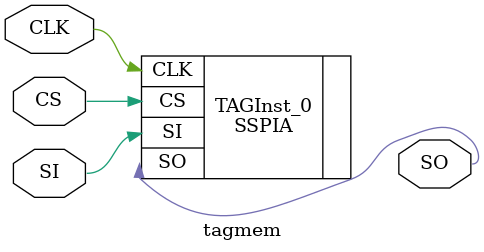
<source format=v>
/* Verilog netlist generated by SCUBA Diamond_1.1_Production (517) */
/* Module Version: 2.0 */
/* C:\lscc\diamond\1.1\ispfpga\bin\nt\scuba.exe -w -n tagmem -lang verilog -synth synplify -bus_exp 7 -bb -arch mg5a00 -type tag -depth 79 -e  */
/* Thu Dec 23 15:34:13 2010 */


`timescale 1 ns / 1 ps
module tagmem (CLK, SI, CS, SO);
    input wire CLK;
    input wire SI;
    input wire CS;
    output wire SO;


    // synopsys translate_off
    defparam TAGInst_0.TAG_INITSIZE = 632 ;
    defparam TAGInst_0.TAG_INITVAL_0C = 320'h00000000000000000000000000000000000000000000000000000000000000000000000000000000 ;
    defparam TAGInst_0.TAG_INITVAL_0B = 320'h00000000000000000000000000000000000000000000000000000000000000000000000000000000 ;
    defparam TAGInst_0.TAG_INITVAL_0A = 320'h00000000000000000000000000000000000000000000000000000000000000000000000000000000 ;
    defparam TAGInst_0.TAG_INITVAL_09 = 320'h00000000000000000000000000000000000000000000000000000000000000000000000000000000 ;
    defparam TAGInst_0.TAG_INITVAL_08 = 320'h00000000000000000000000000000000000000000000000000000000000000000000000000000000 ;
    defparam TAGInst_0.TAG_INITVAL_07 = 320'h00000000000000000000000000000000000000000000000000000000000000000000000000000000 ;
    defparam TAGInst_0.TAG_INITVAL_06 = 320'h00000000000000000000000000000000000000000000000000000000000000000000000000000000 ;
    defparam TAGInst_0.TAG_INITVAL_05 = 320'h00000000000000000000000000000000000000000000000000000000000000000000000000000000 ;
    defparam TAGInst_0.TAG_INITVAL_04 = 320'h00000000000000000000000000000000000000000000000000000000000000000000000000000000 ;
    defparam TAGInst_0.TAG_INITVAL_03 = 320'h00000000000000000000000000000000000000000000000000000000000000000000000000000000 ;
    defparam TAGInst_0.TAG_INITVAL_02 = 320'h00000000000000000000000000000000000000000000000000000000000000000000000000000000 ;
    defparam TAGInst_0.TAG_INITVAL_01 = 320'h00000000000000000000000000000000000000000000000000000000000000000000000000000000 ;
    defparam TAGInst_0.TAG_INITVAL_00 = 320'h00000000000000000000000000000000000000000000000000000000000000000000000000000000 ;
    // synopsys translate_on
    SSPIA TAGInst_0 (.SI(SI), .CLK(CLK), .CS(CS), .SO(SO))
             /* synthesis TAG_INITSIZE="632" */
             /* synthesis TAG_INITIALIZATION="DISABLED" */
             /* synthesis TAG_INITVAL_0C="0x00000000000000000000000000000000000000000000000000000000000000000000000000000000" */
             /* synthesis TAG_INITVAL_0B="0x00000000000000000000000000000000000000000000000000000000000000000000000000000000" */
             /* synthesis TAG_INITVAL_0A="0x00000000000000000000000000000000000000000000000000000000000000000000000000000000" */
             /* synthesis TAG_INITVAL_09="0x00000000000000000000000000000000000000000000000000000000000000000000000000000000" */
             /* synthesis TAG_INITVAL_08="0x00000000000000000000000000000000000000000000000000000000000000000000000000000000" */
             /* synthesis TAG_INITVAL_07="0x00000000000000000000000000000000000000000000000000000000000000000000000000000000" */
             /* synthesis TAG_INITVAL_06="0x00000000000000000000000000000000000000000000000000000000000000000000000000000000" */
             /* synthesis TAG_INITVAL_05="0x00000000000000000000000000000000000000000000000000000000000000000000000000000000" */
             /* synthesis TAG_INITVAL_04="0x00000000000000000000000000000000000000000000000000000000000000000000000000000000" */
             /* synthesis TAG_INITVAL_03="0x00000000000000000000000000000000000000000000000000000000000000000000000000000000" */
             /* synthesis TAG_INITVAL_02="0x00000000000000000000000000000000000000000000000000000000000000000000000000000000" */
             /* synthesis TAG_INITVAL_01="0x00000000000000000000000000000000000000000000000000000000000000000000000000000000" */
             /* synthesis TAG_INITVAL_00="0x00000000000000000000000000000000000000000000000000000000000000000000000000000000" */;



    // exemplar begin
    // exemplar attribute TAGInst_0 TAG_INITSIZE 632
    // exemplar attribute TAGInst_0 TAG_INITIALIZATION DISABLED
    // exemplar attribute TAGInst_0 TAG_INITVAL_0C 0x00000000000000000000000000000000000000000000000000000000000000000000000000000000
    // exemplar attribute TAGInst_0 TAG_INITVAL_0B 0x00000000000000000000000000000000000000000000000000000000000000000000000000000000
    // exemplar attribute TAGInst_0 TAG_INITVAL_0A 0x00000000000000000000000000000000000000000000000000000000000000000000000000000000
    // exemplar attribute TAGInst_0 TAG_INITVAL_09 0x00000000000000000000000000000000000000000000000000000000000000000000000000000000
    // exemplar attribute TAGInst_0 TAG_INITVAL_08 0x00000000000000000000000000000000000000000000000000000000000000000000000000000000
    // exemplar attribute TAGInst_0 TAG_INITVAL_07 0x00000000000000000000000000000000000000000000000000000000000000000000000000000000
    // exemplar attribute TAGInst_0 TAG_INITVAL_06 0x00000000000000000000000000000000000000000000000000000000000000000000000000000000
    // exemplar attribute TAGInst_0 TAG_INITVAL_05 0x00000000000000000000000000000000000000000000000000000000000000000000000000000000
    // exemplar attribute TAGInst_0 TAG_INITVAL_04 0x00000000000000000000000000000000000000000000000000000000000000000000000000000000
    // exemplar attribute TAGInst_0 TAG_INITVAL_03 0x00000000000000000000000000000000000000000000000000000000000000000000000000000000
    // exemplar attribute TAGInst_0 TAG_INITVAL_02 0x00000000000000000000000000000000000000000000000000000000000000000000000000000000
    // exemplar attribute TAGInst_0 TAG_INITVAL_01 0x00000000000000000000000000000000000000000000000000000000000000000000000000000000
    // exemplar attribute TAGInst_0 TAG_INITVAL_00 0x00000000000000000000000000000000000000000000000000000000000000000000000000000000
    // exemplar end

endmodule

</source>
